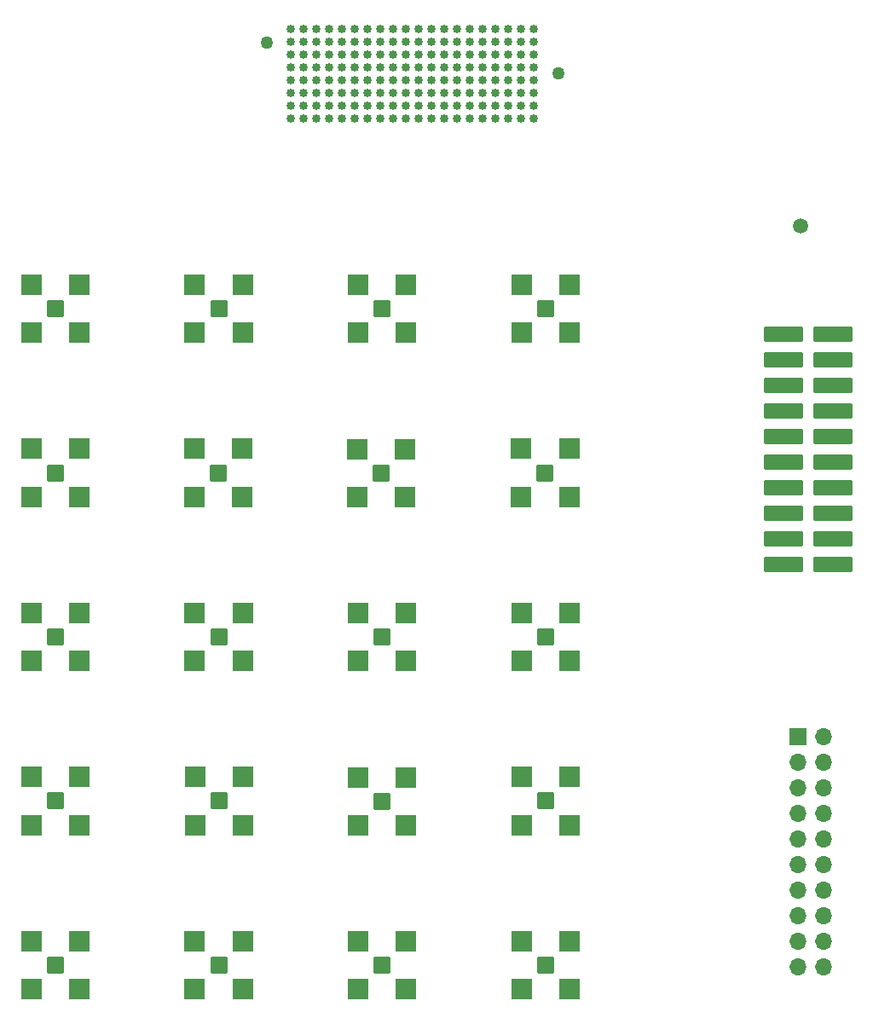
<source format=gbr>
%TF.GenerationSoftware,KiCad,Pcbnew,8.0.3*%
%TF.CreationDate,2024-07-13T21:58:22+05:30*%
%TF.ProjectId,Interpose_1,496e7465-7270-46f7-9365-5f312e6b6963,rev?*%
%TF.SameCoordinates,Original*%
%TF.FileFunction,Soldermask,Top*%
%TF.FilePolarity,Negative*%
%FSLAX46Y46*%
G04 Gerber Fmt 4.6, Leading zero omitted, Abs format (unit mm)*
G04 Created by KiCad (PCBNEW 8.0.3) date 2024-07-13 21:58:22*
%MOMM*%
%LPD*%
G01*
G04 APERTURE LIST*
G04 Aperture macros list*
%AMRoundRect*
0 Rectangle with rounded corners*
0 $1 Rounding radius*
0 $2 $3 $4 $5 $6 $7 $8 $9 X,Y pos of 4 corners*
0 Add a 4 corners polygon primitive as box body*
4,1,4,$2,$3,$4,$5,$6,$7,$8,$9,$2,$3,0*
0 Add four circle primitives for the rounded corners*
1,1,$1+$1,$2,$3*
1,1,$1+$1,$4,$5*
1,1,$1+$1,$6,$7*
1,1,$1+$1,$8,$9*
0 Add four rect primitives between the rounded corners*
20,1,$1+$1,$2,$3,$4,$5,0*
20,1,$1+$1,$4,$5,$6,$7,0*
20,1,$1+$1,$6,$7,$8,$9,0*
20,1,$1+$1,$8,$9,$2,$3,0*%
G04 Aperture macros list end*
%ADD10R,1.700000X1.700000*%
%ADD11O,1.700000X1.700000*%
%ADD12RoundRect,0.076200X-0.760000X-0.760000X0.760000X-0.760000X0.760000X0.760000X-0.760000X0.760000X0*%
%ADD13RoundRect,0.076200X-0.952500X-0.952500X0.952500X-0.952500X0.952500X0.952500X-0.952500X0.952500X0*%
%ADD14C,1.500000*%
%ADD15RoundRect,0.102000X1.840000X-0.635000X1.840000X0.635000X-1.840000X0.635000X-1.840000X-0.635000X0*%
%ADD16C,1.270000*%
%ADD17C,0.844000*%
G04 APERTURE END LIST*
D10*
%TO.C,J3*%
X146252000Y-103420000D03*
D11*
X148792000Y-103420000D03*
X146252000Y-105960000D03*
X148792000Y-105960000D03*
X146252000Y-108500000D03*
X148792000Y-108500000D03*
X146252000Y-111040000D03*
X148792000Y-111040000D03*
X146252000Y-113580000D03*
X148792000Y-113580000D03*
X146252000Y-116120000D03*
X148792000Y-116120000D03*
X146252000Y-118660000D03*
X148792000Y-118660000D03*
X146252000Y-121200000D03*
X148792000Y-121200000D03*
X146252000Y-123740000D03*
X148792000Y-123740000D03*
X146252000Y-126280000D03*
X148792000Y-126280000D03*
%TD*%
D12*
%TO.C,J23*%
X121148000Y-126124000D03*
D13*
X118773000Y-123749000D03*
X123523000Y-123749000D03*
X123523000Y-128499000D03*
X118773000Y-128499000D03*
%TD*%
D12*
%TO.C,J22*%
X104877000Y-126132000D03*
D13*
X102502000Y-123757000D03*
X107252000Y-123757000D03*
X107252000Y-128507000D03*
X102502000Y-128507000D03*
%TD*%
D12*
%TO.C,J21*%
X121177000Y-109816000D03*
D13*
X118802000Y-107441000D03*
X123552000Y-107441000D03*
X123552000Y-112191000D03*
X118802000Y-112191000D03*
%TD*%
D12*
%TO.C,J20*%
X104906000Y-109824000D03*
D13*
X102531000Y-107449000D03*
X107281000Y-107449000D03*
X107281000Y-112199000D03*
X102531000Y-112199000D03*
%TD*%
D12*
%TO.C,J19*%
X121148000Y-93508000D03*
D13*
X118773000Y-91133000D03*
X123523000Y-91133000D03*
X123523000Y-95883000D03*
X118773000Y-95883000D03*
%TD*%
D12*
%TO.C,J18*%
X104877000Y-93516000D03*
D13*
X102502000Y-91141000D03*
X107252000Y-91141000D03*
X107252000Y-95891000D03*
X102502000Y-95891000D03*
%TD*%
D12*
%TO.C,J17*%
X121119000Y-77224000D03*
D13*
X118744000Y-74849000D03*
X123494000Y-74849000D03*
X123494000Y-79599000D03*
X118744000Y-79599000D03*
%TD*%
D12*
%TO.C,J16*%
X104848000Y-77232000D03*
D13*
X102473000Y-74857000D03*
X107223000Y-74857000D03*
X107223000Y-79607000D03*
X102473000Y-79607000D03*
%TD*%
D12*
%TO.C,J15*%
X121148000Y-60916000D03*
D13*
X118773000Y-58541000D03*
X123523000Y-58541000D03*
X123523000Y-63291000D03*
X118773000Y-63291000D03*
%TD*%
D12*
%TO.C,J14*%
X104877000Y-60924000D03*
D13*
X102502000Y-58549000D03*
X107252000Y-58549000D03*
X107252000Y-63299000D03*
X102502000Y-63299000D03*
%TD*%
%TO.C,J5*%
X86323000Y-58541000D03*
X91073000Y-58541000D03*
X86323000Y-63291000D03*
X91073000Y-63291000D03*
D12*
X88698000Y-60916000D03*
%TD*%
D13*
%TO.C,J13*%
X86323000Y-123749000D03*
X91073000Y-123749000D03*
X86323000Y-128499000D03*
X91073000Y-128499000D03*
D12*
X88698000Y-126124000D03*
%TD*%
%TO.C,J12*%
X72477000Y-126124000D03*
D13*
X74852000Y-128499000D03*
X70102000Y-128499000D03*
X74852000Y-123749000D03*
X70102000Y-123749000D03*
%TD*%
%TO.C,J11*%
X86352000Y-107441000D03*
X91102000Y-107441000D03*
X86352000Y-112191000D03*
X91102000Y-112191000D03*
D12*
X88727000Y-109816000D03*
%TD*%
%TO.C,J10*%
X72506000Y-109816000D03*
D13*
X74881000Y-112191000D03*
X70131000Y-112191000D03*
X74881000Y-107441000D03*
X70131000Y-107441000D03*
%TD*%
%TO.C,J9*%
X86323000Y-91133000D03*
X91073000Y-91133000D03*
X86323000Y-95883000D03*
X91073000Y-95883000D03*
D12*
X88698000Y-93508000D03*
%TD*%
%TO.C,J8*%
X72477000Y-93508000D03*
D13*
X74852000Y-95883000D03*
X70102000Y-95883000D03*
X74852000Y-91133000D03*
X70102000Y-91133000D03*
%TD*%
%TO.C,J7*%
X86294000Y-74849000D03*
X91044000Y-74849000D03*
X86294000Y-79599000D03*
X91044000Y-79599000D03*
D12*
X88669000Y-77224000D03*
%TD*%
%TO.C,J6*%
X72448000Y-77224000D03*
D13*
X74823000Y-79599000D03*
X70073000Y-79599000D03*
X74823000Y-74849000D03*
X70073000Y-74849000D03*
%TD*%
D12*
%TO.C,J4*%
X72477000Y-60916000D03*
D13*
X74852000Y-63291000D03*
X70102000Y-63291000D03*
X74852000Y-58541000D03*
X70102000Y-58541000D03*
%TD*%
D14*
%TO.C,TP1*%
X146452000Y-52720000D03*
%TD*%
D15*
%TO.C,J2*%
X144752000Y-63440000D03*
X149702000Y-63440000D03*
X144752000Y-65980000D03*
X149702000Y-65980000D03*
X144752000Y-68520000D03*
X149702000Y-68520000D03*
X144752000Y-71060000D03*
X149702000Y-71060000D03*
X144752000Y-73600000D03*
X149702000Y-73600000D03*
X144752000Y-76140000D03*
X149702000Y-76140000D03*
X144752000Y-78680000D03*
X149702000Y-78680000D03*
X144752000Y-81220000D03*
X149702000Y-81220000D03*
X144752000Y-83760000D03*
X149702000Y-83760000D03*
X144752000Y-86300000D03*
X149702000Y-86300000D03*
%TD*%
D16*
%TO.C,J1*%
X122437000Y-37585000D03*
X93457000Y-34535000D03*
D17*
X95882000Y-33140000D03*
X97152000Y-33140000D03*
X98422000Y-33140000D03*
X99692000Y-33140000D03*
X100962000Y-33140000D03*
X102232000Y-33140000D03*
X103502000Y-33140000D03*
X104772000Y-33140000D03*
X106042000Y-33140000D03*
X107312000Y-33140000D03*
X108582000Y-33140000D03*
X109852000Y-33140000D03*
X111122000Y-33140000D03*
X112392000Y-33140000D03*
X113662000Y-33140000D03*
X114932000Y-33140000D03*
X116202000Y-33140000D03*
X117472000Y-33140000D03*
X118742000Y-33140000D03*
X120012000Y-33140000D03*
X95882000Y-34410000D03*
X97152000Y-34410000D03*
X98422000Y-34410000D03*
X99692000Y-34410000D03*
X100962000Y-34410000D03*
X102232000Y-34410000D03*
X103502000Y-34410000D03*
X104772000Y-34410000D03*
X106042000Y-34410000D03*
X107312000Y-34410000D03*
X108582000Y-34410000D03*
X109852000Y-34410000D03*
X111122000Y-34410000D03*
X112392000Y-34410000D03*
X113662000Y-34410000D03*
X114932000Y-34410000D03*
X116202000Y-34410000D03*
X117472000Y-34410000D03*
X118742000Y-34410000D03*
X120012000Y-34410000D03*
X95882000Y-35680000D03*
X97152000Y-35680000D03*
X98422000Y-35680000D03*
X99692000Y-35680000D03*
X100962000Y-35680000D03*
X102232000Y-35680000D03*
X103502000Y-35680000D03*
X104772000Y-35680000D03*
X106042000Y-35680000D03*
X107312000Y-35680000D03*
X108582000Y-35680000D03*
X109852000Y-35680000D03*
X111122000Y-35680000D03*
X112392000Y-35680000D03*
X113662000Y-35680000D03*
X114932000Y-35680000D03*
X116202000Y-35680000D03*
X117472000Y-35680000D03*
X118742000Y-35680000D03*
X120012000Y-35680000D03*
X95882000Y-36950000D03*
X97152000Y-36950000D03*
X98422000Y-36950000D03*
X99692000Y-36950000D03*
X100962000Y-36950000D03*
X102232000Y-36950000D03*
X103502000Y-36950000D03*
X104772000Y-36950000D03*
X106042000Y-36950000D03*
X107312000Y-36950000D03*
X108582000Y-36950000D03*
X109852000Y-36950000D03*
X111122000Y-36950000D03*
X112392000Y-36950000D03*
X113662000Y-36950000D03*
X114932000Y-36950000D03*
X116202000Y-36950000D03*
X117472000Y-36950000D03*
X118742000Y-36950000D03*
X120012000Y-36950000D03*
X95882000Y-38220000D03*
X97152000Y-38220000D03*
X98422000Y-38220000D03*
X99692000Y-38220000D03*
X100962000Y-38220000D03*
X102232000Y-38220000D03*
X103502000Y-38220000D03*
X104772000Y-38220000D03*
X106042000Y-38220000D03*
X107312000Y-38220000D03*
X108582000Y-38220000D03*
X109852000Y-38220000D03*
X111122000Y-38220000D03*
X112392000Y-38220000D03*
X113662000Y-38220000D03*
X114932000Y-38220000D03*
X116202000Y-38220000D03*
X117472000Y-38220000D03*
X118742000Y-38220000D03*
X120012000Y-38220000D03*
X95882000Y-39490000D03*
X97152000Y-39490000D03*
X98422000Y-39490000D03*
X99692000Y-39490000D03*
X100962000Y-39490000D03*
X102232000Y-39490000D03*
X103502000Y-39490000D03*
X104772000Y-39490000D03*
X106042000Y-39490000D03*
X107312000Y-39490000D03*
X108582000Y-39490000D03*
X109852000Y-39490000D03*
X111122000Y-39490000D03*
X112392000Y-39490000D03*
X113662000Y-39490000D03*
X114932000Y-39490000D03*
X116202000Y-39490000D03*
X117472000Y-39490000D03*
X118742000Y-39490000D03*
X120012000Y-39490000D03*
X95882000Y-40760000D03*
X97152000Y-40760000D03*
X98422000Y-40760000D03*
X99692000Y-40760000D03*
X100962000Y-40760000D03*
X102232000Y-40760000D03*
X103502000Y-40760000D03*
X104772000Y-40760000D03*
X106042000Y-40760000D03*
X107312000Y-40760000D03*
X108582000Y-40760000D03*
X109852000Y-40760000D03*
X111122000Y-40760000D03*
X112392000Y-40760000D03*
X113662000Y-40760000D03*
X114932000Y-40760000D03*
X116202000Y-40760000D03*
X117472000Y-40760000D03*
X118742000Y-40760000D03*
X120012000Y-40760000D03*
X95882000Y-42030000D03*
X97152000Y-42030000D03*
X98422000Y-42030000D03*
X99692000Y-42030000D03*
X100962000Y-42030000D03*
X102232000Y-42030000D03*
X103502000Y-42030000D03*
X104772000Y-42030000D03*
X106042000Y-42030000D03*
X107312000Y-42030000D03*
X108582000Y-42030000D03*
X109852000Y-42030000D03*
X111122000Y-42030000D03*
X112392000Y-42030000D03*
X113662000Y-42030000D03*
X114932000Y-42030000D03*
X116202000Y-42030000D03*
X117472000Y-42030000D03*
X118742000Y-42030000D03*
X120012000Y-42030000D03*
%TD*%
M02*

</source>
